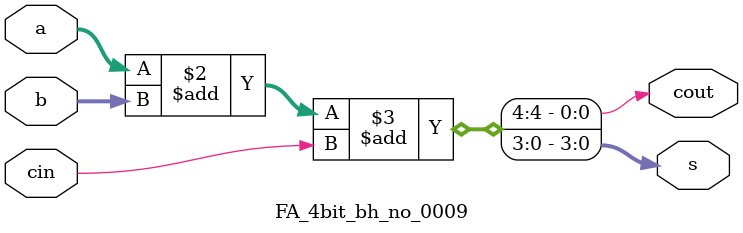
<source format=v>
`timescale 1ns / 1ps


module FA_4bit_bh_no_0009(s, cout, a, b, cin);
input [3:0] a, b;
input cin;
output reg [3:0] s;
output reg cout;

always @(a, b, cin) begin
    {cout, s} = a + b + cin;
end
endmodule

</source>
